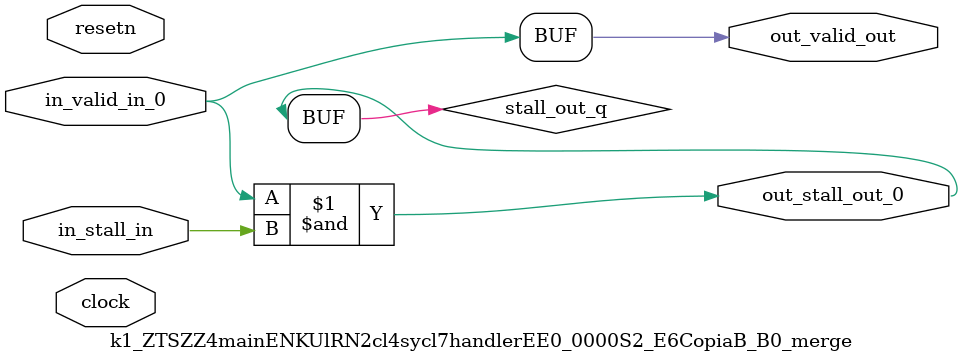
<source format=sv>



(* altera_attribute = "-name AUTO_SHIFT_REGISTER_RECOGNITION OFF; -name MESSAGE_DISABLE 10036; -name MESSAGE_DISABLE 10037; -name MESSAGE_DISABLE 14130; -name MESSAGE_DISABLE 14320; -name MESSAGE_DISABLE 15400; -name MESSAGE_DISABLE 14130; -name MESSAGE_DISABLE 10036; -name MESSAGE_DISABLE 12020; -name MESSAGE_DISABLE 12030; -name MESSAGE_DISABLE 12010; -name MESSAGE_DISABLE 12110; -name MESSAGE_DISABLE 14320; -name MESSAGE_DISABLE 13410; -name MESSAGE_DISABLE 113007; -name MESSAGE_DISABLE 10958" *)
module k1_ZTSZZ4mainENKUlRN2cl4sycl7handlerEE0_0000S2_E6CopiaB_B0_merge (
    input wire [0:0] in_stall_in,
    input wire [0:0] in_valid_in_0,
    output wire [0:0] out_stall_out_0,
    output wire [0:0] out_valid_out,
    input wire clock,
    input wire resetn
    );

    wire [0:0] stall_out_q;


    // stall_out(LOGICAL,6)
    assign stall_out_q = in_valid_in_0 & in_stall_in;

    // out_stall_out_0(GPOUT,4)
    assign out_stall_out_0 = stall_out_q;

    // out_valid_out(GPOUT,5)
    assign out_valid_out = in_valid_in_0;

endmodule

</source>
